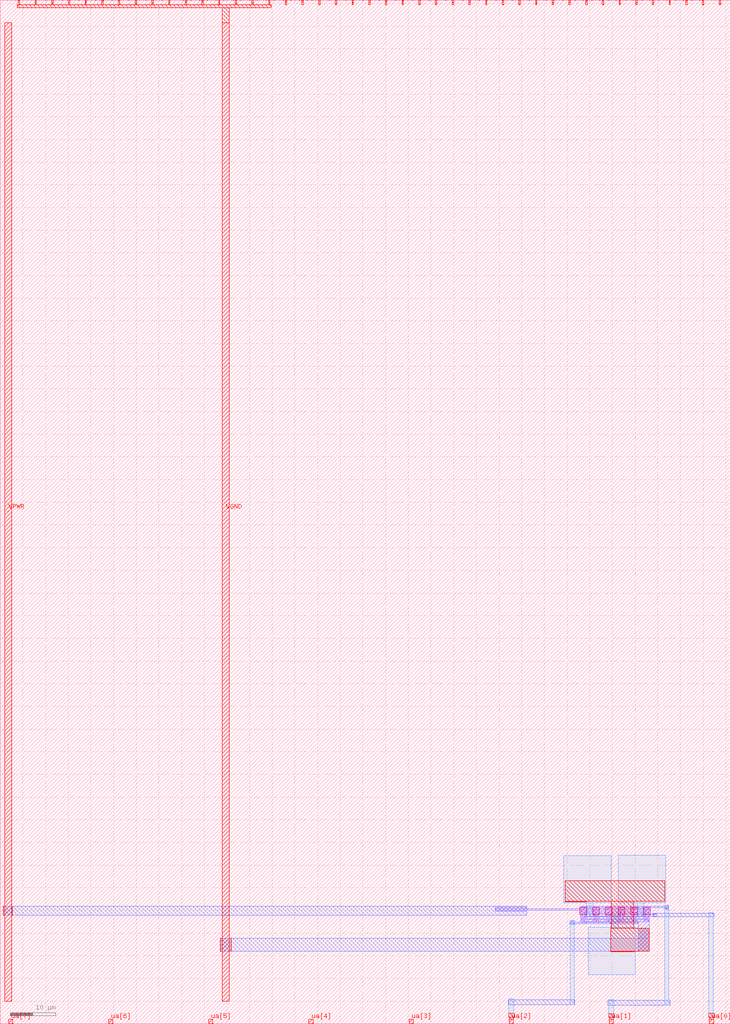
<source format=lef>
VERSION 5.7 ;
  NOWIREEXTENSIONATPIN ON ;
  DIVIDERCHAR "/" ;
  BUSBITCHARS "[]" ;
MACRO tt_um_nurirfansyah_alits02
  CLASS BLOCK ;
  FOREIGN tt_um_nurirfansyah_alits02 ;
  ORIGIN 0.000 0.000 ;
  SIZE 161.000 BY 225.760 ;
  PIN clk
    DIRECTION INPUT ;
    USE SIGNAL ;
    PORT
      LAYER met4 ;
        RECT 154.870 224.760 155.170 225.760 ;
    END
  END clk
  PIN ena
    DIRECTION INPUT ;
    USE SIGNAL ;
    PORT
      LAYER met4 ;
        RECT 158.550 224.760 158.850 225.760 ;
    END
  END ena
  PIN rst_n
    DIRECTION INPUT ;
    USE SIGNAL ;
    PORT
      LAYER met4 ;
        RECT 151.190 224.760 151.490 225.760 ;
    END
  END rst_n
  PIN ua[0]
    DIRECTION INOUT ;
    USE SIGNAL ;
    ANTENNADIFFAREA 0.810000 ;
    PORT
      LAYER met4 ;
        RECT 156.410 0.000 157.310 1.000 ;
    END
  END ua[0]
  PIN ua[1]
    DIRECTION INOUT ;
    USE SIGNAL ;
    ANTENNAGATEAREA 0.270000 ;
    PORT
      LAYER met4 ;
        RECT 134.330 0.000 135.230 1.000 ;
    END
  END ua[1]
  PIN ua[2]
    DIRECTION INOUT ;
    USE SIGNAL ;
    ANTENNAGATEAREA 0.270000 ;
    PORT
      LAYER met4 ;
        RECT 112.250 0.000 113.150 1.000 ;
    END
  END ua[2]
  PIN ua[3]
    DIRECTION INOUT ;
    USE SIGNAL ;
    PORT
      LAYER met4 ;
        RECT 90.170 0.000 91.070 1.000 ;
    END
  END ua[3]
  PIN ua[4]
    DIRECTION INOUT ;
    USE SIGNAL ;
    PORT
      LAYER met4 ;
        RECT 68.090 0.000 68.990 1.000 ;
    END
  END ua[4]
  PIN ua[5]
    DIRECTION INOUT ;
    USE SIGNAL ;
    PORT
      LAYER met4 ;
        RECT 46.010 0.000 46.910 1.000 ;
    END
  END ua[5]
  PIN ua[6]
    DIRECTION INOUT ;
    USE SIGNAL ;
    PORT
      LAYER met4 ;
        RECT 23.930 0.000 24.830 1.000 ;
    END
  END ua[6]
  PIN ua[7]
    DIRECTION INOUT ;
    USE SIGNAL ;
    PORT
      LAYER met4 ;
        RECT 1.850 0.000 2.750 1.000 ;
    END
  END ua[7]
  PIN ui_in[0]
    DIRECTION INPUT ;
    USE SIGNAL ;
    PORT
      LAYER met4 ;
        RECT 147.510 224.760 147.810 225.760 ;
    END
  END ui_in[0]
  PIN ui_in[1]
    DIRECTION INPUT ;
    USE SIGNAL ;
    PORT
      LAYER met4 ;
        RECT 143.830 224.760 144.130 225.760 ;
    END
  END ui_in[1]
  PIN ui_in[2]
    DIRECTION INPUT ;
    USE SIGNAL ;
    PORT
      LAYER met4 ;
        RECT 140.150 224.760 140.450 225.760 ;
    END
  END ui_in[2]
  PIN ui_in[3]
    DIRECTION INPUT ;
    USE SIGNAL ;
    PORT
      LAYER met4 ;
        RECT 136.470 224.760 136.770 225.760 ;
    END
  END ui_in[3]
  PIN ui_in[4]
    DIRECTION INPUT ;
    USE SIGNAL ;
    PORT
      LAYER met4 ;
        RECT 132.790 224.760 133.090 225.760 ;
    END
  END ui_in[4]
  PIN ui_in[5]
    DIRECTION INPUT ;
    USE SIGNAL ;
    PORT
      LAYER met4 ;
        RECT 129.110 224.760 129.410 225.760 ;
    END
  END ui_in[5]
  PIN ui_in[6]
    DIRECTION INPUT ;
    USE SIGNAL ;
    PORT
      LAYER met4 ;
        RECT 125.430 224.760 125.730 225.760 ;
    END
  END ui_in[6]
  PIN ui_in[7]
    DIRECTION INPUT ;
    USE SIGNAL ;
    PORT
      LAYER met4 ;
        RECT 121.750 224.760 122.050 225.760 ;
    END
  END ui_in[7]
  PIN uio_in[0]
    DIRECTION INPUT ;
    USE SIGNAL ;
    PORT
      LAYER met4 ;
        RECT 118.070 224.760 118.370 225.760 ;
    END
  END uio_in[0]
  PIN uio_in[1]
    DIRECTION INPUT ;
    USE SIGNAL ;
    PORT
      LAYER met4 ;
        RECT 114.390 224.760 114.690 225.760 ;
    END
  END uio_in[1]
  PIN uio_in[2]
    DIRECTION INPUT ;
    USE SIGNAL ;
    PORT
      LAYER met4 ;
        RECT 110.710 224.760 111.010 225.760 ;
    END
  END uio_in[2]
  PIN uio_in[3]
    DIRECTION INPUT ;
    USE SIGNAL ;
    PORT
      LAYER met4 ;
        RECT 107.030 224.760 107.330 225.760 ;
    END
  END uio_in[3]
  PIN uio_in[4]
    DIRECTION INPUT ;
    USE SIGNAL ;
    PORT
      LAYER met4 ;
        RECT 103.350 224.760 103.650 225.760 ;
    END
  END uio_in[4]
  PIN uio_in[5]
    DIRECTION INPUT ;
    USE SIGNAL ;
    PORT
      LAYER met4 ;
        RECT 99.670 224.760 99.970 225.760 ;
    END
  END uio_in[5]
  PIN uio_in[6]
    DIRECTION INPUT ;
    USE SIGNAL ;
    PORT
      LAYER met4 ;
        RECT 95.990 224.760 96.290 225.760 ;
    END
  END uio_in[6]
  PIN uio_in[7]
    DIRECTION INPUT ;
    USE SIGNAL ;
    PORT
      LAYER met4 ;
        RECT 92.310 224.760 92.610 225.760 ;
    END
  END uio_in[7]
  PIN uio_oe[0]
    DIRECTION OUTPUT ;
    USE SIGNAL ;
    ANTENNADIFFAREA 2.092500 ;
    PORT
      LAYER met4 ;
        RECT 29.750 224.760 30.050 225.760 ;
    END
  END uio_oe[0]
  PIN uio_oe[1]
    DIRECTION OUTPUT ;
    USE SIGNAL ;
    ANTENNADIFFAREA 2.092500 ;
    PORT
      LAYER met4 ;
        RECT 26.070 224.760 26.370 225.760 ;
    END
  END uio_oe[1]
  PIN uio_oe[2]
    DIRECTION OUTPUT ;
    USE SIGNAL ;
    ANTENNADIFFAREA 2.092500 ;
    PORT
      LAYER met4 ;
        RECT 22.390 224.760 22.690 225.760 ;
    END
  END uio_oe[2]
  PIN uio_oe[3]
    DIRECTION OUTPUT ;
    USE SIGNAL ;
    ANTENNADIFFAREA 2.092500 ;
    PORT
      LAYER met4 ;
        RECT 18.710 224.760 19.010 225.760 ;
    END
  END uio_oe[3]
  PIN uio_oe[4]
    DIRECTION OUTPUT ;
    USE SIGNAL ;
    ANTENNADIFFAREA 2.092500 ;
    PORT
      LAYER met4 ;
        RECT 15.030 224.760 15.330 225.760 ;
    END
  END uio_oe[4]
  PIN uio_oe[5]
    DIRECTION OUTPUT ;
    USE SIGNAL ;
    ANTENNADIFFAREA 2.092500 ;
    PORT
      LAYER met4 ;
        RECT 11.350 224.760 11.650 225.760 ;
    END
  END uio_oe[5]
  PIN uio_oe[6]
    DIRECTION OUTPUT ;
    USE SIGNAL ;
    ANTENNADIFFAREA 2.092500 ;
    PORT
      LAYER met4 ;
        RECT 7.670 224.760 7.970 225.760 ;
    END
  END uio_oe[6]
  PIN uio_oe[7]
    DIRECTION OUTPUT ;
    USE SIGNAL ;
    ANTENNADIFFAREA 2.092500 ;
    PORT
      LAYER met4 ;
        RECT 3.990 224.760 4.290 225.760 ;
    END
  END uio_oe[7]
  PIN uio_out[0]
    DIRECTION OUTPUT ;
    USE SIGNAL ;
    ANTENNADIFFAREA 2.092500 ;
    PORT
      LAYER met4 ;
        RECT 59.190 224.760 59.490 225.760 ;
    END
  END uio_out[0]
  PIN uio_out[1]
    DIRECTION OUTPUT ;
    USE SIGNAL ;
    ANTENNADIFFAREA 2.092500 ;
    PORT
      LAYER met4 ;
        RECT 55.510 224.760 55.810 225.760 ;
    END
  END uio_out[1]
  PIN uio_out[2]
    DIRECTION OUTPUT ;
    USE SIGNAL ;
    ANTENNADIFFAREA 2.092500 ;
    PORT
      LAYER met4 ;
        RECT 51.830 224.760 52.130 225.760 ;
    END
  END uio_out[2]
  PIN uio_out[3]
    DIRECTION OUTPUT ;
    USE SIGNAL ;
    ANTENNADIFFAREA 2.092500 ;
    PORT
      LAYER met4 ;
        RECT 48.150 224.760 48.450 225.760 ;
    END
  END uio_out[3]
  PIN uio_out[4]
    DIRECTION OUTPUT ;
    USE SIGNAL ;
    ANTENNADIFFAREA 2.092500 ;
    PORT
      LAYER met4 ;
        RECT 44.470 224.760 44.770 225.760 ;
    END
  END uio_out[4]
  PIN uio_out[5]
    DIRECTION OUTPUT ;
    USE SIGNAL ;
    ANTENNADIFFAREA 2.092500 ;
    PORT
      LAYER met4 ;
        RECT 40.790 224.760 41.090 225.760 ;
    END
  END uio_out[5]
  PIN uio_out[6]
    DIRECTION OUTPUT ;
    USE SIGNAL ;
    ANTENNADIFFAREA 2.092500 ;
    PORT
      LAYER met4 ;
        RECT 37.110 224.760 37.410 225.760 ;
    END
  END uio_out[6]
  PIN uio_out[7]
    DIRECTION OUTPUT ;
    USE SIGNAL ;
    ANTENNADIFFAREA 2.092500 ;
    PORT
      LAYER met4 ;
        RECT 33.430 224.760 33.730 225.760 ;
    END
  END uio_out[7]
  PIN uo_out[0]
    DIRECTION OUTPUT ;
    USE SIGNAL ;
    PORT
      LAYER met4 ;
        RECT 88.630 224.760 88.930 225.760 ;
    END
  END uo_out[0]
  PIN uo_out[1]
    DIRECTION OUTPUT ;
    USE SIGNAL ;
    PORT
      LAYER met4 ;
        RECT 84.950 224.760 85.250 225.760 ;
    END
  END uo_out[1]
  PIN uo_out[2]
    DIRECTION OUTPUT ;
    USE SIGNAL ;
    PORT
      LAYER met4 ;
        RECT 81.270 224.760 81.570 225.760 ;
    END
  END uo_out[2]
  PIN uo_out[3]
    DIRECTION OUTPUT ;
    USE SIGNAL ;
    PORT
      LAYER met4 ;
        RECT 77.590 224.760 77.890 225.760 ;
    END
  END uo_out[3]
  PIN uo_out[4]
    DIRECTION OUTPUT ;
    USE SIGNAL ;
    PORT
      LAYER met4 ;
        RECT 73.910 224.760 74.210 225.760 ;
    END
  END uo_out[4]
  PIN uo_out[5]
    DIRECTION OUTPUT ;
    USE SIGNAL ;
    PORT
      LAYER met4 ;
        RECT 70.230 224.760 70.530 225.760 ;
    END
  END uo_out[5]
  PIN uo_out[6]
    DIRECTION OUTPUT ;
    USE SIGNAL ;
    PORT
      LAYER met4 ;
        RECT 66.550 224.760 66.850 225.760 ;
    END
  END uo_out[6]
  PIN uo_out[7]
    DIRECTION OUTPUT ;
    USE SIGNAL ;
    PORT
      LAYER met4 ;
        RECT 62.870 224.760 63.170 225.760 ;
    END
  END uo_out[7]
  PIN VPWR
    DIRECTION INOUT ;
    USE POWER ;
    PORT
      LAYER met4 ;
        RECT 1.000 5.000 2.500 220.760 ;
    END
  END VPWR
  PIN VGND
    DIRECTION INOUT ;
    USE GROUND ;
    PORT
      LAYER met4 ;
        RECT 49.000 5.000 50.500 220.760 ;
    END
  END VGND
  OBS
      LAYER nwell ;
        RECT 127.850 24.000 129.350 25.650 ;
        RECT 130.650 24.000 132.150 25.650 ;
        RECT 133.450 24.000 134.950 25.650 ;
        RECT 136.250 24.000 137.750 25.650 ;
        RECT 139.050 24.000 140.550 25.650 ;
        RECT 141.850 24.000 143.350 25.650 ;
      LAYER li1 ;
        RECT 128.050 25.100 128.600 25.400 ;
        RECT 128.800 25.000 129.350 25.950 ;
        RECT 130.850 25.100 131.950 25.400 ;
        RECT 133.650 25.100 134.200 25.400 ;
        RECT 128.050 23.200 128.450 24.850 ;
        RECT 128.750 24.150 129.150 24.750 ;
        RECT 130.850 24.300 131.250 25.100 ;
        RECT 133.650 25.000 134.050 25.100 ;
        RECT 134.400 25.000 134.950 25.950 ;
        RECT 136.450 25.100 137.550 25.400 ;
        RECT 139.250 25.100 139.800 25.400 ;
        RECT 128.750 23.750 129.350 24.150 ;
        RECT 130.650 23.850 131.300 24.100 ;
        RECT 128.750 23.200 129.150 23.750 ;
        RECT 128.050 22.550 128.600 22.850 ;
        RECT 128.800 22.000 129.350 22.950 ;
        RECT 130.850 22.850 131.250 23.650 ;
        RECT 131.550 23.200 131.950 24.750 ;
        RECT 133.650 23.200 134.050 24.750 ;
        RECT 134.350 24.150 134.750 24.750 ;
        RECT 136.450 24.300 136.850 25.100 ;
        RECT 139.250 25.000 139.650 25.100 ;
        RECT 140.000 25.000 140.550 25.950 ;
        RECT 142.050 25.100 143.150 25.400 ;
        RECT 134.350 23.750 134.950 24.150 ;
        RECT 136.250 23.850 136.900 24.100 ;
        RECT 134.350 23.200 134.750 23.750 ;
        RECT 130.850 22.550 131.950 22.850 ;
        RECT 133.650 22.550 134.200 22.850 ;
        RECT 134.400 22.000 134.950 22.950 ;
        RECT 136.450 22.850 136.850 23.650 ;
        RECT 137.150 23.200 137.550 24.750 ;
        RECT 139.250 23.200 139.650 24.750 ;
        RECT 139.950 24.150 140.350 24.750 ;
        RECT 142.050 24.300 142.450 25.100 ;
        RECT 139.950 23.750 140.550 24.150 ;
        RECT 141.850 23.850 142.500 24.100 ;
        RECT 139.950 23.200 140.350 23.750 ;
        RECT 136.450 22.550 137.550 22.850 ;
        RECT 139.250 22.550 139.800 22.850 ;
        RECT 140.000 22.000 140.550 22.950 ;
        RECT 142.050 22.850 142.450 23.650 ;
        RECT 142.750 23.200 143.150 24.750 ;
        RECT 142.050 22.550 143.150 22.850 ;
      LAYER met1 ;
        RECT 146.550 25.950 147.350 26.150 ;
        RECT 109.150 25.400 115.950 25.650 ;
        RECT 128.050 25.550 147.350 25.950 ;
        RECT 109.150 25.000 143.150 25.400 ;
        RECT 146.550 25.350 147.350 25.550 ;
        RECT 109.150 24.800 115.950 25.000 ;
        RECT 128.050 24.350 143.150 24.750 ;
        RECT 128.050 23.600 128.450 24.350 ;
        RECT 142.750 24.200 143.150 24.350 ;
        RECT 143.900 24.200 144.650 24.300 ;
        RECT 128.750 23.750 131.300 24.200 ;
        RECT 131.550 23.750 134.050 24.200 ;
        RECT 134.350 23.750 136.900 24.200 ;
        RECT 137.150 23.750 139.650 24.200 ;
        RECT 139.950 23.750 142.500 24.200 ;
        RECT 142.750 23.700 144.650 24.200 ;
        RECT 142.750 23.600 143.150 23.700 ;
        RECT 128.050 23.200 143.150 23.600 ;
        RECT 143.900 23.550 144.650 23.700 ;
        RECT 125.650 22.400 126.700 22.600 ;
        RECT 128.050 22.550 143.150 22.950 ;
        RECT 125.650 22.000 140.550 22.400 ;
        RECT 125.650 21.900 126.700 22.000 ;
        RECT 140.750 15.950 143.150 22.550 ;
      LAYER met2 ;
        RECT 0.700 23.950 116.150 25.950 ;
        RECT 146.550 25.250 147.350 26.150 ;
        RECT 129.250 23.750 130.750 24.200 ;
        RECT 134.850 23.750 136.350 24.200 ;
        RECT 140.450 23.750 141.950 24.200 ;
        RECT 143.900 23.550 157.450 24.350 ;
        RECT 125.650 21.900 126.700 22.600 ;
        RECT 140.750 18.850 143.150 21.050 ;
        RECT 48.550 15.950 143.150 18.850 ;
        RECT 112.050 4.150 126.650 5.250 ;
        RECT 133.950 4.100 147.750 5.150 ;
      LAYER met3 ;
        RECT 124.250 26.650 134.700 37.100 ;
        RECT 136.300 26.700 146.750 37.150 ;
        RECT 0.700 23.950 2.700 25.950 ;
        RECT 129.250 23.750 130.750 26.650 ;
        RECT 125.700 22.600 126.550 22.800 ;
        RECT 125.650 21.900 126.700 22.600 ;
        RECT 48.550 15.950 51.000 18.850 ;
        RECT 112.200 2.350 113.300 5.500 ;
        RECT 125.700 4.150 126.550 21.900 ;
        RECT 134.850 21.250 136.350 24.200 ;
        RECT 140.450 23.750 141.950 26.700 ;
        RECT 129.650 10.850 140.050 21.250 ;
        RECT 140.750 15.950 143.150 21.050 ;
        RECT 112.100 1.450 113.350 2.350 ;
        RECT 134.200 2.200 135.300 5.300 ;
        RECT 146.550 5.150 147.400 25.950 ;
        RECT 146.500 4.100 147.600 5.150 ;
        RECT 134.200 1.450 135.400 2.200 ;
        RECT 156.300 1.450 157.300 24.450 ;
      LAYER met4 ;
        RECT 3.800 224.100 59.740 224.760 ;
        RECT 49.000 220.760 50.500 224.100 ;
        RECT 124.600 31.500 129.350 31.550 ;
        RECT 124.600 27.000 146.500 31.500 ;
        RECT 124.600 26.950 129.350 27.000 ;
        RECT 0.700 23.950 1.000 25.950 ;
        RECT 2.500 23.950 2.700 25.950 ;
        RECT 134.700 21.050 139.700 27.000 ;
        RECT 48.550 15.950 49.000 18.850 ;
        RECT 50.500 15.950 51.000 18.850 ;
        RECT 134.650 15.950 143.150 21.050 ;
        RECT 134.650 15.900 139.850 15.950 ;
        RECT 112.100 1.450 113.350 2.350 ;
        RECT 134.200 1.450 135.350 2.200 ;
        RECT 156.300 1.450 157.450 2.300 ;
        RECT 112.250 1.000 113.150 1.450 ;
        RECT 134.330 1.000 135.230 1.450 ;
        RECT 156.410 1.000 157.310 1.450 ;
  END
END tt_um_nurirfansyah_alits02
END LIBRARY


</source>
